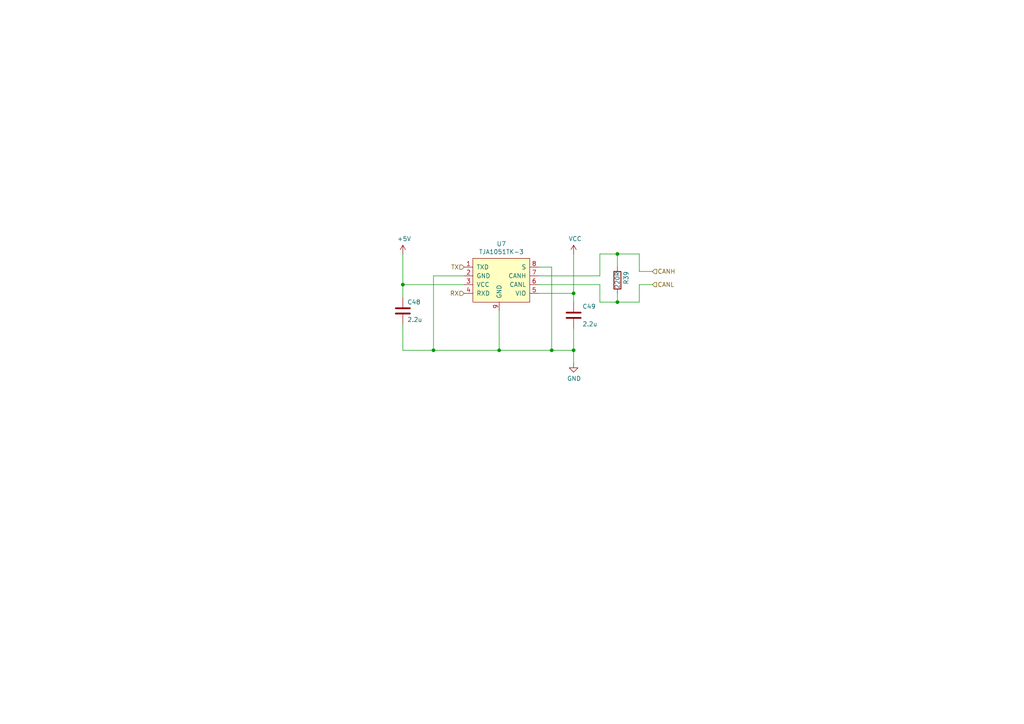
<source format=kicad_sch>
(kicad_sch (version 20231120) (generator "eeschema") (generator_version "8.0")
  (paper "A4")
  (title_block (title "bldc-controller-edp") (date "2024-08-20") (rev "1.0") (company "UTN"))
  (lib_symbols
    (symbol "Device:C" (pin_numbers hide) (pin_names (offset 0.254))
      (property "Reference" "C" (at 0.635 2.54 0))
      (property "Value" "C" (at 0.635 -2.54 0))
      (symbol "C_0_1"
        (polyline (pts (xy -2.032 -0.762) (xy 2.032 -0.762)) (stroke (width 0.508)))
        (polyline (pts (xy -2.032 0.762) (xy 2.032 0.762)) (stroke (width 0.508)))
      )
      (symbol "C_1_1"
        (pin passive line (at 0 3.81 270) (length 2.794) (name "~") (number "1"))
        (pin passive line (at 0 -3.81 90) (length 2.794) (name "~") (number "2"))
      )
    )
    (symbol "Device:R" (pin_numbers hide) (pin_names (offset 0))
      (property "Reference" "R" (at 2.032 0 90))
      (property "Value" "R" (at 0 0 90))
      (symbol "R_0_1"
        (rectangle (start -1.016 -2.54) (end 1.016 2.54) (stroke (width 0.254)))
      )
      (symbol "R_1_1"
        (pin passive line (at 0 3.81 270) (length 1.27) (name "~") (number "1"))
        (pin passive line (at 0 -3.81 90) (length 1.27) (name "~") (number "2"))
      )
    )
    (symbol "bldc:TJA1051TK-3" (pin_names (offset 1.016))
      (property "Reference" "U" (at -1.27 8.89 0))
      (property "Value" "TJA1051TK-3" (at -6.35 11.43 0))
      (symbol "TJA1051TK-3_0_1"
        (rectangle (start -10.16 7.62) (end 6.35 -5.08) (fill (type background)))
      )
      (symbol "TJA1051TK-3_1_1"
        (pin input line (at -12.7 5.08 0) (length 2.54) (name "TXD") (number "1"))
        (pin power_in line (at -12.7 2.54 0) (length 2.54) (name "GND") (number "2"))
        (pin power_in line (at -12.7 0 0) (length 2.54) (name "VCC") (number "3"))
        (pin output line (at -12.7 -2.54 0) (length 2.54) (name "RXD") (number "4"))
        (pin power_in line (at 8.89 -2.54 180) (length 2.54) (name "VIO") (number "5"))
        (pin bidirectional line (at 8.89 0 180) (length 2.54) (name "CANL") (number "6"))
        (pin bidirectional line (at 8.89 2.54 180) (length 2.54) (name "CANH") (number "7"))
        (pin input line (at 8.89 5.08 180) (length 2.54) (name "S") (number "8"))
        (pin power_in line (at -2.54 -7.62 90) (length 2.54) (name "GND") (number "9"))
      )
    )
    (symbol "power:+5V" (power) (pin_numbers hide) (pin_names (offset 0) hide)
      (property "Value" "+5V" (at 0 3.556 0))
      (symbol "+5V_0_1"
        (polyline (pts (xy -0.762 1.27) (xy 0 2.54)))
        (polyline (pts (xy 0 0) (xy 0 2.54)))
        (polyline (pts (xy 0 2.54) (xy 0.762 1.27)))
      )
      (symbol "+5V_1_1"
        (pin power_in line (at 0 0 90) (length 0) (name "~") (number "1"))
      )
    )
    (symbol "power:GND" (power) (pin_numbers hide) (pin_names (offset 0) hide)
      (property "Value" "GND" (at 0 -3.81 0))
      (symbol "GND_0_1"
        (polyline (pts (xy 0 0) (xy 0 -1.27) (xy 1.27 -1.27) (xy 0 -2.54) (xy -1.27 -1.27) (xy 0 -1.27)))
      )
      (symbol "GND_1_1"
        (pin power_in line (at 0 0 270) (length 0) (name "~") (number "1"))
      )
    )
    (symbol "power:VCC" (power) (pin_numbers hide) (pin_names (offset 0) hide)
      (property "Value" "VCC" (at 0 3.556 0))
      (symbol "VCC_0_1"
        (polyline (pts (xy -0.762 1.27) (xy 0 2.54)))
        (polyline (pts (xy 0 0) (xy 0 2.54)))
        (polyline (pts (xy 0 2.54) (xy 0.762 1.27)))
      )
      (symbol "VCC_1_1"
        (pin power_in line (at 0 0 90) (length 0) (name "~") (number "1"))
      )
    )
  )
  (junction (at 125.73 101.6))
  (junction (at 166.37 101.6))
  (junction (at 179.07 73.66))
  (junction (at 160.02 101.6))
  (junction (at 179.07 87.63))
  (junction (at 116.84 82.55))
  (junction (at 144.78 101.6))
  (junction (at 166.37 85.09))
  (wire (pts (xy 160.02 101.6) (xy 166.37 101.6)))
  (wire (pts (xy 125.73 80.01) (xy 125.73 101.6)))
  (wire (pts (xy 156.21 77.47) (xy 160.02 77.47)))
  (wire (pts (xy 173.99 73.66) (xy 179.07 73.66)))
  (wire (pts (xy 173.99 87.63) (xy 179.07 87.63)))
  (wire (pts (xy 179.07 73.66) (xy 185.42 73.66)))
  (wire (pts (xy 166.37 85.09) (xy 166.37 87.63)))
  (wire (pts (xy 156.21 85.09) (xy 166.37 85.09)))
  (wire (pts (xy 156.21 82.55) (xy 173.99 82.55)))
  (wire (pts (xy 160.02 77.47) (xy 160.02 101.6)))
  (wire (pts (xy 173.99 82.55) (xy 173.99 87.63)))
  (wire (pts (xy 116.84 101.6) (xy 125.73 101.6)))
  (wire (pts (xy 156.21 80.01) (xy 173.99 80.01)))
  (wire (pts (xy 166.37 85.09) (xy 166.37 73.66)))
  (wire (pts (xy 179.07 85.09) (xy 179.07 87.63)))
  (wire (pts (xy 185.42 87.63) (xy 185.42 82.55)))
  (wire (pts (xy 116.84 93.98) (xy 116.84 101.6)))
  (wire (pts (xy 125.73 101.6) (xy 144.78 101.6)))
  (wire (pts (xy 166.37 101.6) (xy 166.37 105.41)))
  (wire (pts (xy 116.84 82.55) (xy 116.84 86.36)))
  (wire (pts (xy 185.42 73.66) (xy 185.42 78.74)))
  (wire (pts (xy 144.78 90.17) (xy 144.78 101.6)))
  (wire (pts (xy 179.07 87.63) (xy 185.42 87.63)))
  (wire (pts (xy 173.99 80.01) (xy 173.99 73.66)))
  (wire (pts (xy 185.42 78.74) (xy 189.23 78.74)))
  (wire (pts (xy 116.84 82.55) (xy 116.84 73.66)))
  (wire (pts (xy 179.07 73.66) (xy 179.07 77.47)))
  (wire (pts (xy 166.37 101.6) (xy 166.37 95.25)))
  (wire (pts (xy 185.42 82.55) (xy 189.23 82.55)))
  (wire (pts (xy 144.78 101.6) (xy 160.02 101.6)))
  (wire (pts (xy 134.62 80.01) (xy 125.73 80.01)))
  (wire (pts (xy 134.62 82.55) (xy 116.84 82.55)))
  (hierarchical_label "TX" (shape input) (at 134.62 77.47 180))
  (hierarchical_label "CANH" (shape input) (at 189.23 78.74 0))
  (hierarchical_label "CANL" (shape input) (at 189.23 82.55 0))
  (hierarchical_label "RX" (shape input) (at 134.62 85.09 180))
  (symbol (lib_id "Device:C") (at 116.84 90.17 0) (unit 1)
    (property "Reference" "C48" (at 118.11 87.63 0) (effects (justify left)))
    (property "Value" "2.2u" (at 118.11 92.71 0) (effects (justify left)))
  )
  (symbol (lib_id "Device:C") (at 166.37 91.44 0) (unit 1)
    (property "Reference" "C49" (at 168.91 88.9 0) (effects (justify left)))
    (property "Value" "2.2u" (at 168.91 93.98 0) (effects (justify left)))
  )
  (symbol (lib_id "Device:R") (at 179.07 81.28 0) (unit 1)
    (property "Reference" "R39" (at 181.61 82.55 90) (effects (justify left)))
    (property "Value" "220R" (at 179.07 83.82 90) (effects (justify left)))
  )
  (symbol (lib_id "bldc:TJA1051TK-3") (at 147.32 82.55 0) (unit 1)
    (property "Reference" "U7" (at 145.415 70.739 0))
    (property "Value" "TJA1051TK-3" (at 145.415 73.0504 0))
    (property "Footprint" "Package_DFN_QFN:DFN-8-1EP_3x3mm_P0.65mm_EP1.55x2.4mm" (effects (hide yes)))
    (property "Datasheet" "http://www.nxp.com/documents/data_sheet/TJA1051.pdf" (effects (hide yes)))
  )
  (symbol (lib_id "power:+5V") (at 116.84 73.66 0) (unit 1)
    (property "Reference" "#PWR072" (effects (hide yes)))
    (property "Value" "+5V" (at 117.221 69.2658 0))
    (property "Description" "Power symbol creates a global label with name \"+5V\"" (effects (hide yes)))
  )
  (symbol (lib_id "power:VCC") (at 166.37 73.66 0) (unit 1)
    (property "Reference" "#PWR073" (effects (hide yes)))
    (property "Value" "VCC" (at 166.8018 69.2658 0))
    (property "Description" "Power symbol creates a global label with name \"VCC\"" (effects (hide yes)))
  )
  (symbol (lib_id "power:GND") (at 166.37 105.41 0) (unit 1)
    (property "Reference" "#PWR074" (effects (hide yes)))
    (property "Value" "GND" (at 166.497 109.8042 0))
    (property "Description" "Power symbol creates a global label with name \"GND\" , ground" (effects (hide yes)))
  )
)
</source>
